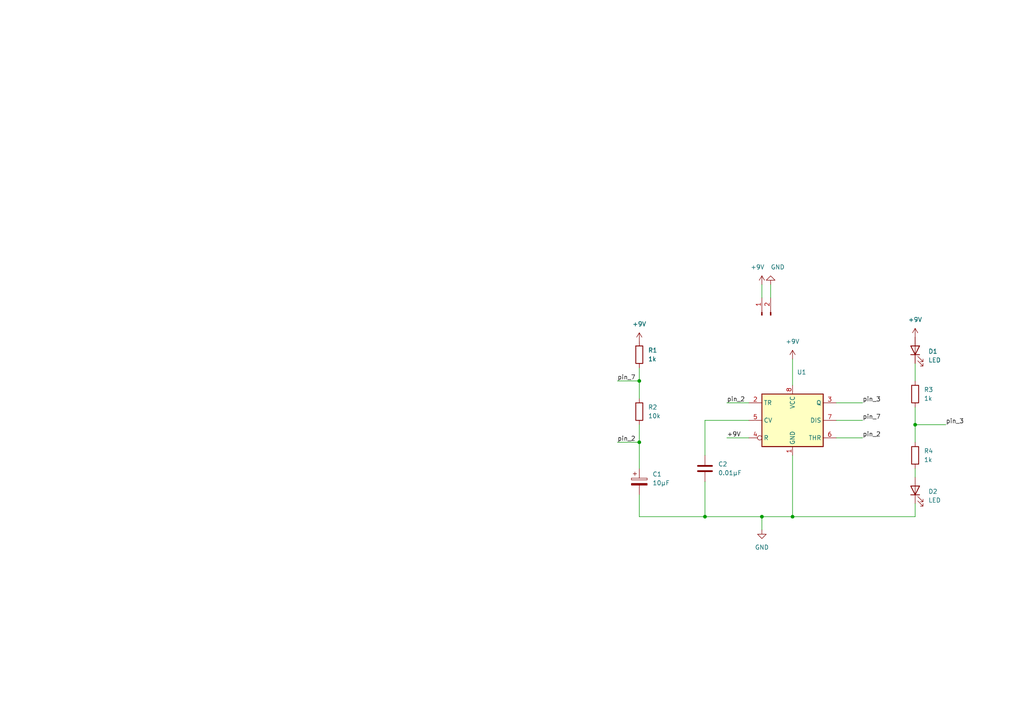
<source format=kicad_sch>
(kicad_sch (version 20211123) (generator eeschema)
  (paper "A4")
  (lib_symbols
    (symbol "Connector:Conn_01x02_Male" (pin_names (offset 1.016) hide)
      (property "Reference" "J" (at 0 2.54 0))
      (property "Value" "Conn_01x02_Male" (at 0 -5.08 0))
      (symbol "Conn_01x02_Male_1_1"
        (polyline (pts (xy 1.27 -2.54) (xy 0.8636 -2.54)) (stroke (width 0.1524)))
        (polyline (pts (xy 1.27 0) (xy 0.8636 0)) (stroke (width 0.1524)))
        (rectangle (start 0.8636 -2.413) (end 0 -2.667) (stroke (width 0.1524)) (fill (type outline)))
        (rectangle (start 0.8636 0.127) (end 0 -0.127) (stroke (width 0.1524)) (fill (type outline)))
        (pin passive line (at 5.08 0 180) (length 3.81) (name "Pin_1") (number "1"))
        (pin passive line (at 5.08 -2.54 180) (length 3.81) (name "Pin_2") (number "2"))
      )
    )
    (symbol "Device:C" (pin_numbers hide) (pin_names (offset 0.254))
      (property "Reference" "C" (at 0.635 2.54 0))
      (property "Value" "C" (at 0.635 -2.54 0))
      (symbol "C_0_1"
        (polyline (pts (xy -2.032 -0.762) (xy 2.032 -0.762)) (stroke (width 0.508)))
        (polyline (pts (xy -2.032 0.762) (xy 2.032 0.762)) (stroke (width 0.508)))
      )
      (symbol "C_1_1"
        (pin passive line (at 0 3.81 270) (length 2.794) (name "~") (number "1"))
        (pin passive line (at 0 -3.81 90) (length 2.794) (name "~") (number "2"))
      )
    )
    (symbol "Device:C_Polarized" (pin_numbers hide) (pin_names (offset 0.254))
      (property "Reference" "C" (at 0.635 2.54 0))
      (property "Value" "C_Polarized" (at 0.635 -2.54 0))
      (symbol "C_Polarized_0_1"
        (rectangle (start -2.286 0.508) (end 2.286 1.016))
        (polyline (pts (xy -1.778 2.286) (xy -0.762 2.286)))
        (polyline (pts (xy -1.27 2.794) (xy -1.27 1.778)))
        (rectangle (start 2.286 -0.508) (end -2.286 -1.016) (fill (type outline)))
      )
      (symbol "C_Polarized_1_1"
        (pin passive line (at 0 3.81 270) (length 2.794) (name "~") (number "1"))
        (pin passive line (at 0 -3.81 90) (length 2.794) (name "~") (number "2"))
      )
    )
    (symbol "Device:LED" (pin_numbers hide) (pin_names (offset 1.016) hide)
      (property "Reference" "D" (at 0 2.54 0))
      (property "Value" "LED" (at 0 -2.54 0))
      (symbol "LED_0_1"
        (polyline (pts (xy -1.27 -1.27) (xy -1.27 1.27)) (stroke (width 0.254)))
        (polyline (pts (xy -1.27 0) (xy 1.27 0)))
        (polyline (pts (xy 1.27 -1.27) (xy 1.27 1.27) (xy -1.27 0) (xy 1.27 -1.27)) (stroke (width 0.254)))
        (polyline (pts (xy -3.048 -0.762) (xy -4.572 -2.286) (xy -3.81 -2.286) (xy -4.572 -2.286) (xy -4.572 -1.524)))
        (polyline (pts (xy -1.778 -0.762) (xy -3.302 -2.286) (xy -2.54 -2.286) (xy -3.302 -2.286) (xy -3.302 -1.524)))
      )
      (symbol "LED_1_1"
        (pin passive line (at -3.81 0 0) (length 2.54) (name "K") (number "1"))
        (pin passive line (at 3.81 0 180) (length 2.54) (name "A") (number "2"))
      )
    )
    (symbol "Device:R" (pin_numbers hide) (pin_names (offset 0))
      (property "Reference" "R" (at 2.032 0 90))
      (property "Value" "R" (at 0 0 90))
      (symbol "R_0_1"
        (rectangle (start -1.016 -2.54) (end 1.016 2.54) (stroke (width 0.254)))
      )
      (symbol "R_1_1"
        (pin passive line (at 0 3.81 270) (length 1.27) (name "~") (number "1"))
        (pin passive line (at 0 -3.81 90) (length 1.27) (name "~") (number "2"))
      )
    )
    (symbol "Timer:NE555D"
      (property "Reference" "U" (at -10.16 8.89 0))
      (property "Value" "NE555D" (at 2.54 8.89 0))
      (symbol "NE555D_0_0"
        (pin power_in line (at 0 -10.16 90) (length 2.54) (name "GND") (number "1"))
        (pin power_in line (at 0 10.16 270) (length 2.54) (name "VCC") (number "8"))
      )
      (symbol "NE555D_0_1"
        (rectangle (start -8.89 -7.62) (end 8.89 7.62) (stroke (width 0.254)) (fill (type background)))
        (rectangle (start -8.89 -7.62) (end 8.89 7.62) (stroke (width 0.254)) (fill (type background)))
      )
      (symbol "NE555D_1_1"
        (pin input line (at -12.7 5.08 0) (length 3.81) (name "TR") (number "2"))
        (pin output line (at 12.7 5.08 180) (length 3.81) (name "Q") (number "3"))
        (pin input inverted (at -12.7 -5.08 0) (length 3.81) (name "R") (number "4"))
        (pin input line (at -12.7 0 0) (length 3.81) (name "CV") (number "5"))
        (pin input line (at 12.7 -5.08 180) (length 3.81) (name "THR") (number "6"))
        (pin input line (at 12.7 0 180) (length 3.81) (name "DIS") (number "7"))
      )
    )
    (symbol "power:+9V" (power) (pin_names (offset 0))
      (property "Value" "+9V" (at 0 3.556 0))
      (symbol "+9V_0_1"
        (polyline (pts (xy -0.762 1.27) (xy 0 2.54)))
        (polyline (pts (xy 0 0) (xy 0 2.54)))
        (polyline (pts (xy 0 2.54) (xy 0.762 1.27)))
      )
      (symbol "+9V_1_1"
        (pin power_in line (at 0 0 90) (length 0) hide (name "+9V") (number "1"))
      )
    )
    (symbol "power:GND" (power) (pin_names (offset 0))
      (property "Value" "GND" (at 0 -3.81 0))
      (symbol "GND_0_1"
        (polyline (pts (xy 0 0) (xy 0 -1.27) (xy 1.27 -1.27) (xy 0 -2.54) (xy -1.27 -1.27) (xy 0 -1.27)))
      )
      (symbol "GND_1_1"
        (pin power_in line (at 0 0 270) (length 0) hide (name "GND") (number "1"))
      )
    )
  )
  (junction (at 204.47 149.86))
  (junction (at 265.43 123.19))
  (junction (at 229.87 149.86))
  (junction (at 220.98 149.86))
  (junction (at 185.42 110.49))
  (junction (at 185.42 128.27))
  (wire (pts (xy 229.87 132.08) (xy 229.87 149.86)))
  (wire (pts (xy 242.57 127) (xy 250.19 127)))
  (wire (pts (xy 185.42 110.49) (xy 185.42 115.57)))
  (wire (pts (xy 229.87 149.86) (xy 220.98 149.86)))
  (wire (pts (xy 265.43 123.19) (xy 274.32 123.19)))
  (wire (pts (xy 220.98 153.67) (xy 220.98 149.86)))
  (wire (pts (xy 265.43 123.19) (xy 265.43 128.27)))
  (wire (pts (xy 265.43 118.11) (xy 265.43 123.19)))
  (wire (pts (xy 185.42 123.19) (xy 185.42 128.27)))
  (wire (pts (xy 210.82 127) (xy 217.17 127)))
  (wire (pts (xy 265.43 135.89) (xy 265.43 138.43)))
  (wire (pts (xy 179.07 110.49) (xy 185.42 110.49)))
  (wire (pts (xy 223.52 82.55) (xy 223.52 86.36)))
  (wire (pts (xy 220.98 82.55) (xy 220.98 86.36)))
  (wire (pts (xy 229.87 149.86) (xy 265.43 149.86)))
  (wire (pts (xy 185.42 128.27) (xy 185.42 135.89)))
  (wire (pts (xy 204.47 121.92) (xy 217.17 121.92)))
  (wire (pts (xy 265.43 105.41) (xy 265.43 110.49)))
  (wire (pts (xy 242.57 121.92) (xy 250.19 121.92)))
  (wire (pts (xy 204.47 139.7) (xy 204.47 149.86)))
  (wire (pts (xy 242.57 116.84) (xy 250.19 116.84)))
  (wire (pts (xy 220.98 149.86) (xy 204.47 149.86)))
  (wire (pts (xy 179.07 128.27) (xy 185.42 128.27)))
  (wire (pts (xy 185.42 149.86) (xy 204.47 149.86)))
  (wire (pts (xy 229.87 104.14) (xy 229.87 111.76)))
  (wire (pts (xy 210.82 116.84) (xy 217.17 116.84)))
  (wire (pts (xy 185.42 143.51) (xy 185.42 149.86)))
  (wire (pts (xy 204.47 121.92) (xy 204.47 132.08)))
  (wire (pts (xy 185.42 106.68) (xy 185.42 110.49)))
  (wire (pts (xy 265.43 149.86) (xy 265.43 146.05)))
  (label "pin_7" (at 250.19 121.92 0))
  (label "pin_7" (at 179.07 110.49 0))
  (label "pin_2" (at 179.07 128.27 0))
  (label "pin_2" (at 210.82 116.84 0))
  (label "pin_3" (at 250.19 116.84 0))
  (label "pin_3" (at 274.32 123.19 0))
  (label "pin_2" (at 250.19 127 0))
  (label "+9V" (at 210.82 127 0))
  (symbol (lib_id "Device:R") (at 265.43 132.08 0) (unit 1)
    (property "Reference" "R4" (at 267.97 130.8099 0) (effects (justify left)))
    (property "Value" "1k" (at 267.97 133.3499 0) (effects (justify left)))
    (property "Footprint" "Resistor_SMD:R_0805_2012Metric_Pad1.20x1.40mm_HandSolder" (effects hide))
  )
  (symbol (lib_id "Device:R") (at 265.43 114.3 0) (unit 1)
    (property "Reference" "R3" (at 267.97 113.0299 0) (effects (justify left)))
    (property "Value" "1k" (at 267.97 115.5699 0) (effects (justify left)))
    (property "Footprint" "Resistor_SMD:R_0805_2012Metric_Pad1.20x1.40mm_HandSolder" (effects hide))
  )
  (symbol (lib_id "Device:C") (at 204.47 135.89 0) (unit 1)
    (property "Reference" "C2" (at 208.28 134.6199 0) (effects (justify left)))
    (property "Value" "0.01µF" (at 208.28 137.1599 0) (effects (justify left)))
    (property "Footprint" "Capacitor_SMD:C_0805_2012Metric_Pad1.18x1.45mm_HandSolder" (effects hide))
  )
  (symbol (lib_id "power:+9V") (at 220.98 82.55 0) (unit 1)
    (property "Reference" "#PWR0106" (effects hide))
    (property "Value" "+9V" (at 219.71 77.47 0))
  )
  (symbol (lib_id "Device:R") (at 185.42 102.87 0) (unit 1)
    (property "Reference" "R1" (at 187.96 101.5999 0) (effects (justify left)))
    (property "Value" "1k" (at 187.96 104.1399 0) (effects (justify left)))
    (property "Footprint" "Resistor_SMD:R_0805_2012Metric_Pad1.20x1.40mm_HandSolder" (effects hide))
  )
  (symbol (lib_id "power:GND") (at 220.98 153.67 0) (unit 1)
    (property "Reference" "#PWR0101" (effects hide))
    (property "Value" "GND" (at 220.98 158.75 0))
  )
  (symbol (lib_id "Device:R") (at 185.42 119.38 0) (unit 1)
    (property "Reference" "R2" (at 187.96 118.1099 0) (effects (justify left)))
    (property "Value" "10k" (at 187.96 120.6499 0) (effects (justify left)))
    (property "Footprint" "Resistor_SMD:R_0805_2012Metric_Pad1.20x1.40mm_HandSolder" (effects hide))
  )
  (symbol (lib_id "power:+9V") (at 229.87 104.14 0) (unit 1)
    (property "Reference" "#PWR0103" (effects hide))
    (property "Value" "+9V" (at 229.87 99.06 0))
  )
  (symbol (lib_id "Connector:Conn_01x02_Male") (at 220.98 91.44 90) (unit 1)
    (property "Reference" "+9V1" (effects hide))
    (property "Value" "Conn_01x02_Male" (effects hide))
    (property "Footprint" "TerminalBlock:TerminalBlock_bornier-2_P5.08mm" (effects hide))
  )
  (symbol (lib_id "power:+9V") (at 185.42 99.06 0) (unit 1)
    (property "Reference" "#PWR0105" (effects hide))
    (property "Value" "+9V" (at 185.42 93.98 0))
  )
  (symbol (lib_id "Timer:NE555D") (at 229.87 121.92 0) (unit 1)
    (property "Reference" "U1" (at 231.14 107.95 0) (effects (justify left)))
    (property "Value" "U1" (effects hide))
    (property "Footprint" "Package_SO:SOIC-8-1EP_3.9x4.9mm_P1.27mm_EP2.29x3mm" (effects hide))
    (property "Datasheet" "http://www.ti.com/lit/ds/symlink/ne555.pdf" (effects hide))
  )
  (symbol (lib_id "power:GND") (at 223.52 82.55 180) (unit 1)
    (property "Reference" "#PWR0104" (effects hide))
    (property "Value" "GND" (at 223.52 77.47 0) (effects (justify right)))
  )
  (symbol (lib_id "Device:C_Polarized") (at 185.42 139.7 0) (unit 1)
    (property "Reference" "C1" (at 189.23 137.5409 0) (effects (justify left)))
    (property "Value" "10µF" (at 189.23 140.0809 0) (effects (justify left)))
    (property "Footprint" "Capacitor_Tantalum_SMD:CP_EIA-3216-18_Kemet-A_Pad1.58x1.35mm_HandSolder" (effects hide))
  )
  (symbol (lib_id "Device:LED") (at 265.43 101.6 90) (unit 1)
    (property "Reference" "D1" (at 269.24 101.9174 90) (effects (justify right)))
    (property "Value" "LED" (at 269.24 104.4574 90) (effects (justify right)))
    (property "Footprint" "LED_SMD:LED_1206_3216Metric_Pad1.42x1.75mm_HandSolder" (effects hide))
  )
  (symbol (lib_id "power:+9V") (at 265.43 97.79 0) (unit 1)
    (property "Reference" "#PWR0102" (effects hide))
    (property "Value" "+9V" (at 265.43 92.71 0))
  )
  (symbol (lib_id "Device:LED") (at 265.43 142.24 90) (unit 1)
    (property "Reference" "D2" (at 269.24 142.5574 90) (effects (justify right)))
    (property "Value" "LED" (at 269.24 145.0974 90) (effects (justify right)))
    (property "Footprint" "LED_SMD:LED_1206_3216Metric_Pad1.42x1.75mm_HandSolder" (effects hide))
  )
)
</source>
